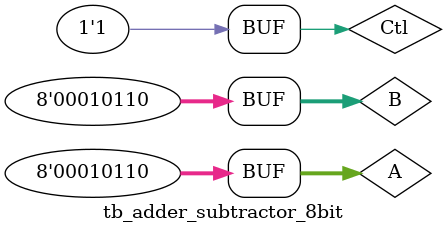
<source format=v>
`timescale 1ns / 1ps


module tb_adder_subtractor_8bit();

reg [7:0]A;
reg [7:0]B;
reg Ctl;
wire Cout;
wire [7:0]Sum;
wire [7:0]Difference;

adder_subtractor_8bit uut(.A(A),.B(B),.Ctl(Ctl),.Cout(Cout),.Sum(Sum),.Difference(Difference));
initial begin
    #10
    A = 8'd28;
    B = 8'd34;
    Ctl = 0;
    #10
    A = 8'b1111_1111;
    B = 8'd34;
    Ctl = 0;
    #10
    A = 8'd28;
    B = 8'd34;
    Ctl = 1;
    #10
    A = 8'b1111_1111;
    B = 8'd34;
    Ctl = 1;
    #10
    A = 8'd0;
    B = 8'd1;
    Ctl = 1;
    #10
    A = 8'd1;
    B = 8'd0;
    Ctl = 1;
    #10
    A = 8'd22;
    B = 8'd22;
    Ctl = 1;
end
endmodule

</source>
